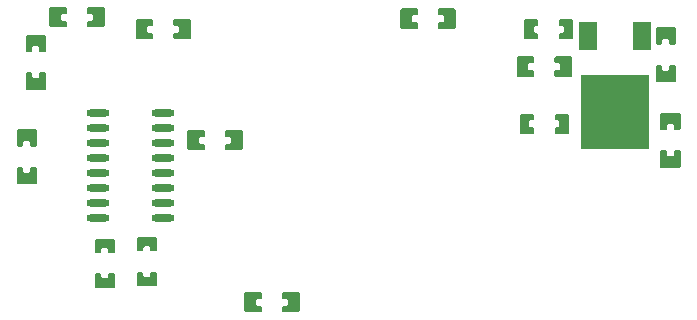
<source format=gbp>
G04 Layer: BottomPasteMaskLayer*
G04 EasyEDA v6.5.22, 2023-04-01 07:59:08*
G04 7fe897ac635649ec9317f66c388b8081,f086b915ab1b43d4b1f8ac0bdbc02707,10*
G04 Gerber Generator version 0.2*
G04 Scale: 100 percent, Rotated: No, Reflected: No *
G04 Dimensions in millimeters *
G04 leading zeros omitted , absolute positions ,4 integer and 5 decimal *
%FSLAX45Y45*%
%MOMM*%

%AMMACRO1*21,1,$1,$2,0,0,$3*%
%ADD10MACRO1,6.2X5.7X90.0000*%
%ADD11MACRO1,2.3X1.6X90.0000*%
%ADD12O,1.9709892X0.6020054*%

%LPD*%
G36*
X4330496Y309676D02*
G01*
X4320489Y299720D01*
X4320489Y171196D01*
X4330496Y161188D01*
X4367530Y161188D01*
X4377537Y171196D01*
X4377537Y201676D01*
X4387545Y211683D01*
X4426254Y211683D01*
X4436262Y201676D01*
X4436262Y171196D01*
X4446270Y161188D01*
X4483303Y161188D01*
X4493310Y171196D01*
X4493310Y299720D01*
X4483303Y309676D01*
G37*
G36*
X4330496Y-8788D02*
G01*
X4320489Y-18796D01*
X4320489Y-147320D01*
X4330496Y-157276D01*
X4483303Y-157276D01*
X4493310Y-147320D01*
X4493310Y-18796D01*
X4483303Y-8788D01*
X4446270Y-8788D01*
X4436262Y-18796D01*
X4436262Y-49276D01*
X4426254Y-59283D01*
X4387545Y-59283D01*
X4377537Y-49276D01*
X4377537Y-18796D01*
X4367530Y-8788D01*
G37*
G36*
X4292396Y1033576D02*
G01*
X4282389Y1023619D01*
X4282389Y895096D01*
X4292396Y885088D01*
X4329430Y885088D01*
X4339437Y895096D01*
X4339437Y925576D01*
X4349445Y935583D01*
X4388154Y935583D01*
X4398162Y925576D01*
X4398162Y895096D01*
X4408170Y885088D01*
X4445203Y885088D01*
X4455210Y895096D01*
X4455210Y1023619D01*
X4445203Y1033576D01*
G37*
G36*
X4292396Y715111D02*
G01*
X4282389Y705104D01*
X4282389Y576580D01*
X4292396Y566623D01*
X4445203Y566623D01*
X4455210Y576580D01*
X4455210Y705104D01*
X4445203Y715111D01*
X4408170Y715111D01*
X4398162Y705104D01*
X4398162Y674624D01*
X4388154Y664616D01*
X4349445Y664616D01*
X4339437Y674624D01*
X4339437Y705104D01*
X4329430Y715111D01*
G37*
G36*
X3435096Y784910D02*
G01*
X3425088Y774903D01*
X3425088Y737870D01*
X3435096Y727862D01*
X3465576Y727862D01*
X3475583Y717854D01*
X3475583Y679145D01*
X3465576Y669137D01*
X3435096Y669137D01*
X3425088Y659130D01*
X3425088Y622096D01*
X3435096Y612089D01*
X3563620Y612089D01*
X3573576Y622096D01*
X3573576Y774903D01*
X3563620Y784910D01*
G37*
G36*
X3116580Y784910D02*
G01*
X3106623Y774903D01*
X3106623Y622096D01*
X3116580Y612089D01*
X3245104Y612089D01*
X3255111Y622096D01*
X3255111Y659130D01*
X3245104Y669137D01*
X3214624Y669137D01*
X3204616Y679145D01*
X3204616Y717854D01*
X3214624Y727862D01*
X3245104Y727862D01*
X3255111Y737870D01*
X3255111Y774903D01*
X3245104Y784910D01*
G37*
G36*
X3179927Y1101039D02*
G01*
X3169970Y1091031D01*
X3169970Y940968D01*
X3179927Y930960D01*
X3280714Y930960D01*
X3290722Y940968D01*
X3290722Y977087D01*
X3280714Y987094D01*
X3259632Y987094D01*
X3249625Y997102D01*
X3249625Y1034897D01*
X3259632Y1044905D01*
X3280714Y1044905D01*
X3290722Y1054912D01*
X3290722Y1091031D01*
X3280714Y1101039D01*
G37*
G36*
X3475685Y1101039D02*
G01*
X3465677Y1091031D01*
X3465677Y1054912D01*
X3475685Y1044905D01*
X3496767Y1044905D01*
X3506774Y1034897D01*
X3506774Y997102D01*
X3496767Y987094D01*
X3475685Y987094D01*
X3465677Y977087D01*
X3465677Y940968D01*
X3475685Y930960D01*
X3576472Y930960D01*
X3586429Y940968D01*
X3586429Y1091031D01*
X3576472Y1101039D01*
G37*
G36*
X3437585Y300939D02*
G01*
X3427577Y290931D01*
X3427577Y254812D01*
X3437585Y244805D01*
X3458667Y244805D01*
X3468674Y234797D01*
X3468674Y197002D01*
X3458667Y186994D01*
X3437585Y186994D01*
X3427577Y176987D01*
X3427577Y140868D01*
X3437585Y130860D01*
X3538372Y130860D01*
X3548329Y140868D01*
X3548329Y290931D01*
X3538372Y300939D01*
G37*
G36*
X3141827Y300939D02*
G01*
X3131870Y290931D01*
X3131870Y140868D01*
X3141827Y130860D01*
X3242614Y130860D01*
X3252622Y140868D01*
X3252622Y176987D01*
X3242614Y186994D01*
X3221532Y186994D01*
X3211525Y197002D01*
X3211525Y234797D01*
X3221532Y244805D01*
X3242614Y244805D01*
X3252622Y254812D01*
X3252622Y290931D01*
X3242614Y300939D01*
G37*
G36*
X-839978Y1204010D02*
G01*
X-849934Y1194003D01*
X-849934Y1041196D01*
X-839978Y1031189D01*
X-711454Y1031189D01*
X-701446Y1041196D01*
X-701446Y1078230D01*
X-711454Y1088237D01*
X-741934Y1088237D01*
X-751941Y1098245D01*
X-751941Y1136954D01*
X-741934Y1146962D01*
X-711454Y1146962D01*
X-701446Y1156970D01*
X-701446Y1194003D01*
X-711454Y1204010D01*
G37*
G36*
X-521462Y1204010D02*
G01*
X-531469Y1194003D01*
X-531469Y1156970D01*
X-521462Y1146962D01*
X-490982Y1146962D01*
X-480974Y1136954D01*
X-480974Y1098245D01*
X-490982Y1088237D01*
X-521462Y1088237D01*
X-531469Y1078230D01*
X-531469Y1041196D01*
X-521462Y1031189D01*
X-392938Y1031189D01*
X-382981Y1041196D01*
X-382981Y1194003D01*
X-392938Y1204010D01*
G37*
G36*
X646938Y162610D02*
G01*
X636930Y152603D01*
X636930Y115570D01*
X646938Y105562D01*
X677418Y105562D01*
X687425Y95554D01*
X687425Y56845D01*
X677418Y46837D01*
X646938Y46837D01*
X636930Y36830D01*
X636930Y-203D01*
X646938Y-10210D01*
X775462Y-10210D01*
X785418Y-203D01*
X785418Y152603D01*
X775462Y162610D01*
G37*
G36*
X328422Y162610D02*
G01*
X318465Y152603D01*
X318465Y-203D01*
X328422Y-10210D01*
X456946Y-10210D01*
X466953Y-203D01*
X466953Y36830D01*
X456946Y46837D01*
X426466Y46837D01*
X416458Y56845D01*
X416458Y95554D01*
X426466Y105562D01*
X456946Y105562D01*
X466953Y115570D01*
X466953Y152603D01*
X456946Y162610D01*
G37*
G36*
X-100431Y-1039977D02*
G01*
X-110439Y-1049985D01*
X-110439Y-1150772D01*
X-100431Y-1160729D01*
X49631Y-1160729D01*
X59639Y-1150772D01*
X59639Y-1049985D01*
X49631Y-1039977D01*
X13512Y-1039977D01*
X3505Y-1049985D01*
X3505Y-1071067D01*
X-6502Y-1081074D01*
X-44297Y-1081074D01*
X-54305Y-1071067D01*
X-54305Y-1049985D01*
X-64312Y-1039977D01*
G37*
G36*
X-100431Y-744270D02*
G01*
X-110439Y-754227D01*
X-110439Y-855014D01*
X-100431Y-865022D01*
X-64312Y-865022D01*
X-54305Y-855014D01*
X-54305Y-833932D01*
X-44297Y-823925D01*
X-6502Y-823925D01*
X3505Y-833932D01*
X3505Y-855014D01*
X13512Y-865022D01*
X49631Y-865022D01*
X59639Y-855014D01*
X59639Y-754227D01*
X49631Y-744270D01*
G37*
G36*
X1129538Y-1208989D02*
G01*
X1119530Y-1218996D01*
X1119530Y-1256030D01*
X1129538Y-1266037D01*
X1160018Y-1266037D01*
X1170025Y-1276045D01*
X1170025Y-1314754D01*
X1160018Y-1324762D01*
X1129538Y-1324762D01*
X1119530Y-1334770D01*
X1119530Y-1371803D01*
X1129538Y-1381810D01*
X1258062Y-1381810D01*
X1268018Y-1371803D01*
X1268018Y-1218996D01*
X1258062Y-1208989D01*
G37*
G36*
X811022Y-1208989D02*
G01*
X801065Y-1218996D01*
X801065Y-1371803D01*
X811022Y-1381810D01*
X939546Y-1381810D01*
X949553Y-1371803D01*
X949553Y-1334770D01*
X939546Y-1324762D01*
X909066Y-1324762D01*
X899058Y-1314754D01*
X899058Y-1276045D01*
X909066Y-1266037D01*
X939546Y-1266037D01*
X949553Y-1256030D01*
X949553Y-1218996D01*
X939546Y-1208989D01*
G37*
G36*
X2131822Y1191310D02*
G01*
X2121865Y1181303D01*
X2121865Y1028496D01*
X2131822Y1018489D01*
X2260346Y1018489D01*
X2270353Y1028496D01*
X2270353Y1065530D01*
X2260346Y1075537D01*
X2229866Y1075537D01*
X2219858Y1085545D01*
X2219858Y1124254D01*
X2229866Y1134262D01*
X2260346Y1134262D01*
X2270353Y1144270D01*
X2270353Y1181303D01*
X2260346Y1191310D01*
G37*
G36*
X2450338Y1191310D02*
G01*
X2440330Y1181303D01*
X2440330Y1144270D01*
X2450338Y1134262D01*
X2480818Y1134262D01*
X2490825Y1124254D01*
X2490825Y1085545D01*
X2480818Y1075537D01*
X2450338Y1075537D01*
X2440330Y1065530D01*
X2440330Y1028496D01*
X2450338Y1018489D01*
X2578862Y1018489D01*
X2588818Y1028496D01*
X2588818Y1181303D01*
X2578862Y1191310D01*
G37*
G36*
X-1117803Y-148488D02*
G01*
X-1127810Y-158496D01*
X-1127810Y-287020D01*
X-1117803Y-296976D01*
X-964996Y-296976D01*
X-954989Y-287020D01*
X-954989Y-158496D01*
X-964996Y-148488D01*
X-1002030Y-148488D01*
X-1012037Y-158496D01*
X-1012037Y-188976D01*
X-1022045Y-198983D01*
X-1060754Y-198983D01*
X-1070762Y-188976D01*
X-1070762Y-158496D01*
X-1080770Y-148488D01*
G37*
G36*
X-1117803Y169976D02*
G01*
X-1127810Y160020D01*
X-1127810Y31495D01*
X-1117803Y21488D01*
X-1080770Y21488D01*
X-1070762Y31495D01*
X-1070762Y61976D01*
X-1060754Y71983D01*
X-1022045Y71983D01*
X-1012037Y61976D01*
X-1012037Y31495D01*
X-1002030Y21488D01*
X-964996Y21488D01*
X-954989Y31495D01*
X-954989Y160020D01*
X-964996Y169976D01*
G37*
G36*
X-1041603Y651611D02*
G01*
X-1051610Y641604D01*
X-1051610Y513080D01*
X-1041603Y503123D01*
X-888796Y503123D01*
X-878789Y513080D01*
X-878789Y641604D01*
X-888796Y651611D01*
X-925830Y651611D01*
X-935837Y641604D01*
X-935837Y611124D01*
X-945845Y601116D01*
X-984554Y601116D01*
X-994562Y611124D01*
X-994562Y641604D01*
X-1004569Y651611D01*
G37*
G36*
X-1041603Y970076D02*
G01*
X-1051610Y960119D01*
X-1051610Y831596D01*
X-1041603Y821588D01*
X-1004569Y821588D01*
X-994562Y831596D01*
X-994562Y862076D01*
X-984554Y872083D01*
X-945845Y872083D01*
X-935837Y862076D01*
X-935837Y831596D01*
X-925830Y821588D01*
X-888796Y821588D01*
X-878789Y831596D01*
X-878789Y960119D01*
X-888796Y970076D01*
G37*
G36*
X-109220Y1102410D02*
G01*
X-119176Y1092403D01*
X-119176Y939596D01*
X-109220Y929589D01*
X19304Y929589D01*
X29311Y939596D01*
X29311Y976630D01*
X19304Y986637D01*
X-11176Y986637D01*
X-21183Y996645D01*
X-21183Y1035354D01*
X-11176Y1045362D01*
X19304Y1045362D01*
X29311Y1055370D01*
X29311Y1092403D01*
X19304Y1102410D01*
G37*
G36*
X209296Y1102410D02*
G01*
X199288Y1092403D01*
X199288Y1055370D01*
X209296Y1045362D01*
X239775Y1045362D01*
X249783Y1035354D01*
X249783Y996645D01*
X239775Y986637D01*
X209296Y986637D01*
X199288Y976630D01*
X199288Y939596D01*
X209296Y929589D01*
X337820Y929589D01*
X347776Y939596D01*
X347776Y1092403D01*
X337820Y1102410D01*
G37*
G36*
X-456031Y-1052677D02*
G01*
X-466039Y-1062685D01*
X-466039Y-1163472D01*
X-456031Y-1173429D01*
X-305968Y-1173429D01*
X-295960Y-1163472D01*
X-295960Y-1062685D01*
X-305968Y-1052677D01*
X-342087Y-1052677D01*
X-352094Y-1062685D01*
X-352094Y-1083767D01*
X-362102Y-1093774D01*
X-399897Y-1093774D01*
X-409905Y-1083767D01*
X-409905Y-1062685D01*
X-419912Y-1052677D01*
G37*
G36*
X-456031Y-756970D02*
G01*
X-466039Y-766927D01*
X-466039Y-867714D01*
X-456031Y-877722D01*
X-419912Y-877722D01*
X-409905Y-867714D01*
X-409905Y-846632D01*
X-399897Y-836625D01*
X-362102Y-836625D01*
X-352094Y-846632D01*
X-352094Y-867714D01*
X-342087Y-877722D01*
X-305968Y-877722D01*
X-295960Y-867714D01*
X-295960Y-766927D01*
X-305968Y-756970D01*
G37*
D10*
G01*
X3937000Y313245D03*
D11*
G01*
X3708001Y956744D03*
G01*
X4165998Y956693D03*
D12*
G01*
X-438657Y-584200D03*
G01*
X-438657Y-457200D03*
G01*
X-438657Y-330200D03*
G01*
X-438657Y-203200D03*
G01*
X-438657Y-76200D03*
G01*
X-438657Y50800D03*
G01*
X-438657Y177800D03*
G01*
X-438657Y304800D03*
G01*
X108457Y-584200D03*
G01*
X108457Y-457200D03*
G01*
X108457Y-330200D03*
G01*
X108457Y-203200D03*
G01*
X108457Y-76200D03*
G01*
X108457Y50800D03*
G01*
X108457Y177800D03*
G01*
X108457Y304800D03*
M02*

</source>
